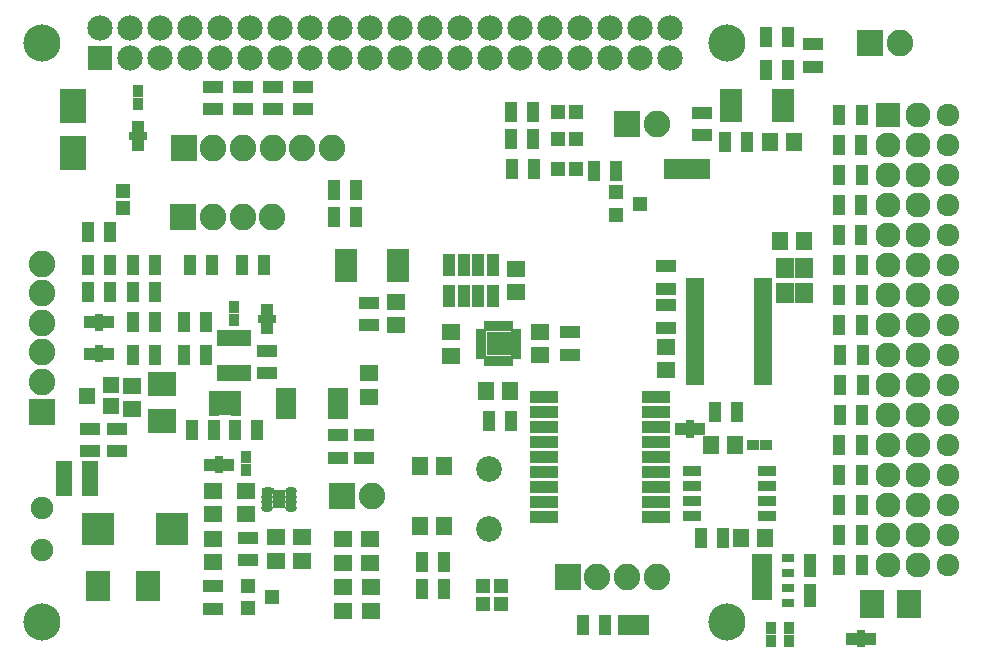
<source format=gts>
G04 #@! TF.FileFunction,Soldermask,Top*
%FSLAX46Y46*%
G04 Gerber Fmt 4.6, Leading zero omitted, Abs format (unit mm)*
G04 Created by KiCad (PCBNEW no-vcs-found-undefined) date Fri Oct 14 17:23:30 2016*
%MOMM*%
%LPD*%
G01*
G04 APERTURE LIST*
%ADD10C,0.100000*%
%ADD11C,3.150000*%
%ADD12C,2.150000*%
%ADD13R,2.150000X2.150000*%
%ADD14C,2.178000*%
%ADD15R,0.800000X0.800000*%
%ADD16R,1.000000X1.000000*%
%ADD17R,1.850000X0.850000*%
%ADD18R,1.000000X1.600000*%
%ADD19O,1.000000X0.650000*%
%ADD20O,1.100000X0.650000*%
%ADD21R,1.650000X1.400000*%
%ADD22R,0.425400X0.425400*%
%ADD23R,1.289000X2.000200*%
%ADD24C,0.425400*%
%ADD25R,0.882600X0.679400*%
%ADD26R,1.197560X1.197560*%
%ADD27R,2.429460X2.051000*%
%ADD28R,1.800000X0.700000*%
%ADD29R,0.999440X1.901140*%
%ADD30R,1.500000X0.800000*%
%ADD31R,1.499820X1.700480*%
%ADD32R,1.200100X1.200100*%
%ADD33R,0.900000X1.000000*%
%ADD34R,1.000000X0.900000*%
%ADD35R,1.400000X1.650000*%
%ADD36R,1.700000X1.100000*%
%ADD37R,1.100000X1.700000*%
%ADD38R,1.275000X1.200000*%
%ADD39R,0.600000X0.950000*%
%ADD40R,0.950000X0.600000*%
%ADD41R,2.400000X1.000000*%
%ADD42R,1.543000X0.908000*%
%ADD43R,1.365200X1.670000*%
%ADD44R,2.051000X2.429460*%
%ADD45C,2.250000*%
%ADD46R,2.250000X2.250000*%
%ADD47C,1.900000*%
%ADD48R,1.314400X1.314400*%
%ADD49R,1.460000X1.050000*%
%ADD50R,2.200860X2.899360*%
%ADD51R,2.020520X2.579320*%
%ADD52R,1.100000X0.800000*%
%ADD53R,1.670000X1.365200*%
%ADD54C,1.924000*%
%ADD55O,2.127200X2.127200*%
%ADD56R,2.127200X2.127200*%
%ADD57R,2.770000X2.830000*%
%ADD58R,2.900000X1.400000*%
G04 APERTURE END LIST*
D10*
D11*
X168490000Y-126724000D03*
X110490000Y-126724000D03*
X168490000Y-77724000D03*
X110490000Y-77724000D03*
D12*
X163620000Y-76454000D03*
X163620000Y-78994000D03*
X161080000Y-76454000D03*
X161080000Y-78994000D03*
X158540000Y-76454000D03*
X158540000Y-78994000D03*
X156000000Y-76454000D03*
X156000000Y-78994000D03*
X153460000Y-76454000D03*
X153460000Y-78994000D03*
X145840000Y-76454000D03*
X145840000Y-78994000D03*
X140760000Y-76454000D03*
X140760000Y-78994000D03*
X138220000Y-76454000D03*
X138220000Y-78994000D03*
X135680000Y-76454000D03*
X135680000Y-78994000D03*
X133140000Y-76454000D03*
X133140000Y-78994000D03*
X130600000Y-76454000D03*
X130600000Y-78994000D03*
X128060000Y-76454000D03*
X128060000Y-78994000D03*
X125520000Y-76454000D03*
X125520000Y-78994000D03*
X122980000Y-76454000D03*
X122980000Y-78994000D03*
X120440000Y-76454000D03*
X120440000Y-78994000D03*
X117900000Y-76454000D03*
X117900000Y-78994000D03*
X115360000Y-76454000D03*
D13*
X115360000Y-78994000D03*
D12*
X143300000Y-78994000D03*
X143300000Y-76454000D03*
X150920000Y-76454000D03*
X150920000Y-78994000D03*
X148380000Y-76454000D03*
X148380000Y-78994000D03*
D14*
X148336000Y-113792000D03*
X148336000Y-118872000D03*
D15*
X129540000Y-101054000D03*
X129140000Y-101054000D03*
X129940000Y-101054000D03*
D16*
X129540000Y-100254000D03*
X129540000Y-101854000D03*
D17*
X168830000Y-83975000D03*
X168830000Y-83325000D03*
X168830000Y-82675000D03*
X168830000Y-82025000D03*
X173230000Y-82025000D03*
X173230000Y-82675000D03*
X173230000Y-83325000D03*
X173230000Y-83975000D03*
D18*
X130556000Y-116332000D03*
D19*
X131556000Y-115582000D03*
X131556000Y-116082000D03*
X131556000Y-116582000D03*
X131556000Y-117082000D03*
X129556000Y-117082000D03*
X129556000Y-116582000D03*
X129556000Y-116082000D03*
D20*
X129606000Y-115582000D03*
D21*
X118110000Y-108712000D03*
X118110000Y-106712000D03*
D22*
X125984000Y-108204000D03*
X125984000Y-108204000D03*
D23*
X125984000Y-108204000D03*
D24*
X126934001Y-107453999D03*
D25*
X126934001Y-107453999D03*
D24*
X126934001Y-107954000D03*
D25*
X126934001Y-107954000D03*
D24*
X126934001Y-108454000D03*
D25*
X126934001Y-108454000D03*
D24*
X126934001Y-108954001D03*
D25*
X126934001Y-108954001D03*
D24*
X125033999Y-108954001D03*
D25*
X125033999Y-108954001D03*
D24*
X125033999Y-108454000D03*
D25*
X125033999Y-108454000D03*
D24*
X125033999Y-107954000D03*
D25*
X125033999Y-107954000D03*
D24*
X125033999Y-107453999D03*
D25*
X125033999Y-107453999D03*
D21*
X140462000Y-101600000D03*
X140462000Y-99600000D03*
D26*
X117348000Y-91694000D03*
X117348000Y-90195400D03*
X154190700Y-83566000D03*
X155689300Y-83566000D03*
X154190700Y-88392000D03*
X155689300Y-88392000D03*
D27*
X120650000Y-109728000D03*
X120650000Y-106558080D03*
D28*
X135550000Y-107204000D03*
X135550000Y-107704000D03*
X135550000Y-108204000D03*
X135550000Y-108704000D03*
X135550000Y-109204000D03*
X131150000Y-109204000D03*
X131150000Y-108704000D03*
X131150000Y-108204000D03*
X131150000Y-107704000D03*
X131150000Y-107204000D03*
D29*
X148686520Y-99090480D03*
X147436840Y-99090480D03*
X146187160Y-99090480D03*
X144937480Y-99090480D03*
X144937480Y-96489520D03*
X146187160Y-96489520D03*
X147436840Y-96489520D03*
X148686520Y-96489520D03*
D30*
X171506000Y-97883000D03*
X171506000Y-98533000D03*
X171506000Y-99183000D03*
X171506000Y-99833000D03*
X171506000Y-100483000D03*
X171506000Y-101133000D03*
X171506000Y-101783000D03*
X171506000Y-102433000D03*
X171506000Y-103083000D03*
X171506000Y-103733000D03*
X171506000Y-104383000D03*
X171506000Y-105033000D03*
X171506000Y-105683000D03*
X171506000Y-106333000D03*
X165806000Y-106333000D03*
X165806000Y-105683000D03*
X165806000Y-105033000D03*
X165806000Y-104383000D03*
X165806000Y-103733000D03*
X165806000Y-103083000D03*
X165806000Y-102433000D03*
X165806000Y-101783000D03*
X165806000Y-101133000D03*
X165806000Y-100483000D03*
X165806000Y-99833000D03*
X165806000Y-99183000D03*
X165806000Y-98533000D03*
X165806000Y-97883000D03*
D15*
X125476000Y-113392000D03*
X125476000Y-112992000D03*
X125476000Y-113792000D03*
D16*
X126276000Y-113392000D03*
X124676000Y-113392000D03*
D15*
X179832000Y-128124000D03*
X179832000Y-127724000D03*
X179832000Y-128524000D03*
D16*
X180632000Y-128124000D03*
X179032000Y-128124000D03*
D15*
X115316000Y-101346000D03*
X115316000Y-100946000D03*
X115316000Y-101746000D03*
D16*
X116116000Y-101346000D03*
X114516000Y-101346000D03*
D15*
X115316000Y-103994000D03*
X115316000Y-103594000D03*
X115316000Y-104394000D03*
D16*
X116116000Y-103994000D03*
X114516000Y-103994000D03*
D15*
X118618000Y-85560000D03*
X119018000Y-85560000D03*
X118218000Y-85560000D03*
D16*
X118618000Y-86360000D03*
X118618000Y-84760000D03*
D15*
X165354000Y-110382000D03*
X165354000Y-109982000D03*
X165354000Y-110782000D03*
D16*
X166154000Y-110382000D03*
X164554000Y-110382000D03*
D31*
X175006000Y-96740980D03*
X175006000Y-98839020D03*
X173355000Y-98839020D03*
X173355000Y-96740980D03*
D32*
X129948220Y-124590000D03*
X127949240Y-125540000D03*
X127949240Y-123640000D03*
D33*
X127762000Y-113834000D03*
X127762000Y-112734000D03*
X118618000Y-81746000D03*
X118618000Y-82846000D03*
X126746000Y-101134000D03*
X126746000Y-100034000D03*
X173736000Y-128312000D03*
X173736000Y-127212000D03*
D34*
X171746000Y-111760000D03*
X170646000Y-111760000D03*
D21*
X127762000Y-117586000D03*
X127762000Y-115586000D03*
X124968000Y-119650000D03*
X124968000Y-121650000D03*
X138300000Y-119700000D03*
X138300000Y-121700000D03*
X132500000Y-121550000D03*
X132500000Y-119550000D03*
X145110000Y-104160000D03*
X145110000Y-102160000D03*
X150622000Y-98790000D03*
X150622000Y-96790000D03*
X138176000Y-105664000D03*
X138176000Y-107664000D03*
D35*
X172990000Y-94488000D03*
X174990000Y-94488000D03*
D36*
X132590000Y-83300000D03*
X132590000Y-81400000D03*
X130060000Y-83300000D03*
X130060000Y-81400000D03*
X127500000Y-83280000D03*
X127500000Y-81380000D03*
X124980000Y-83310000D03*
X124980000Y-81410000D03*
D37*
X135194000Y-90170000D03*
X137094000Y-90170000D03*
X135194000Y-92456000D03*
X137094000Y-92456000D03*
D36*
X138176000Y-99700000D03*
X138176000Y-101600000D03*
D37*
X127390000Y-96510000D03*
X129290000Y-96510000D03*
X124910000Y-96510000D03*
X123010000Y-96510000D03*
D36*
X124968000Y-123698000D03*
X124968000Y-125598000D03*
X127930000Y-121490000D03*
X127930000Y-119590000D03*
D37*
X116266000Y-96520000D03*
X114366000Y-96520000D03*
X116266000Y-98806000D03*
X114366000Y-98806000D03*
D36*
X163322000Y-98486000D03*
X163322000Y-96586000D03*
X163322000Y-101788000D03*
X163322000Y-99888000D03*
D37*
X177970000Y-91420000D03*
X179870000Y-91420000D03*
X177970000Y-93930000D03*
X179870000Y-93930000D03*
X178000000Y-96470000D03*
X179900000Y-96470000D03*
X178000000Y-99040000D03*
X179900000Y-99040000D03*
X178000000Y-101580000D03*
X179900000Y-101580000D03*
X178060000Y-104120000D03*
X179960000Y-104120000D03*
X178060000Y-106650000D03*
X179960000Y-106650000D03*
X178030000Y-109180000D03*
X179930000Y-109180000D03*
X177990000Y-121920000D03*
X179890000Y-121920000D03*
X126812000Y-110490000D03*
X128712000Y-110490000D03*
D36*
X129540000Y-105664000D03*
X129540000Y-103764000D03*
D37*
X123190000Y-110490000D03*
X125090000Y-110490000D03*
X114366000Y-93726000D03*
X116266000Y-93726000D03*
X150180000Y-83566000D03*
X152080000Y-83566000D03*
X150246000Y-88392000D03*
X152146000Y-88392000D03*
X177980000Y-83770000D03*
X179880000Y-83770000D03*
X177930000Y-86360000D03*
X179830000Y-86360000D03*
X177980000Y-88870000D03*
X179880000Y-88870000D03*
X178000000Y-111720000D03*
X179900000Y-111720000D03*
X178000000Y-114270000D03*
X179900000Y-114270000D03*
X178010000Y-116810000D03*
X179910000Y-116810000D03*
X178000000Y-119350000D03*
X179900000Y-119350000D03*
D38*
X148717000Y-102748000D03*
X148717000Y-103548000D03*
X149587000Y-102748000D03*
X149587000Y-103548000D03*
D39*
X148152000Y-101648000D03*
X148552000Y-101648000D03*
X148952000Y-101648000D03*
X149352000Y-101648000D03*
X149752000Y-101648000D03*
X150152000Y-101648000D03*
D40*
X150652000Y-102148000D03*
X150652000Y-102548000D03*
X150652000Y-102948000D03*
X150652000Y-103348000D03*
X150652000Y-103748000D03*
X150652000Y-104148000D03*
D39*
X150152000Y-104648000D03*
X149752000Y-104648000D03*
X149352000Y-104648000D03*
X148952000Y-104648000D03*
X148552000Y-104648000D03*
X148152000Y-104648000D03*
D40*
X147652000Y-104148000D03*
X147652000Y-103748000D03*
X147652000Y-103348000D03*
X147652000Y-102948000D03*
X147652000Y-102548000D03*
X147652000Y-102148000D03*
D35*
X142510000Y-118618000D03*
X144510000Y-118618000D03*
D21*
X163322000Y-105394000D03*
X163322000Y-103394000D03*
D35*
X142510000Y-113538000D03*
X144510000Y-113538000D03*
X167148000Y-111760000D03*
X169148000Y-111760000D03*
D26*
X149339300Y-123698000D03*
X147840700Y-123698000D03*
X149339300Y-125222000D03*
X147840700Y-125222000D03*
D41*
X162434000Y-107696000D03*
X162434000Y-108966000D03*
X162434000Y-110236000D03*
X162434000Y-111506000D03*
X162434000Y-112776000D03*
X162434000Y-114046000D03*
X162434000Y-115316000D03*
X162434000Y-116586000D03*
X162434000Y-117856000D03*
X153034000Y-117856000D03*
X153034000Y-116586000D03*
X153034000Y-115316000D03*
X153034000Y-114046000D03*
X153034000Y-112776000D03*
X153034000Y-111506000D03*
X153034000Y-110236000D03*
X153034000Y-108966000D03*
X153034000Y-107696000D03*
D42*
X171831000Y-117729000D03*
X171831000Y-116459000D03*
X171831000Y-115189000D03*
X171831000Y-113919000D03*
X165481000Y-113919000D03*
X165481000Y-115189000D03*
X165481000Y-116459000D03*
X165481000Y-117729000D03*
D43*
X161163000Y-127000000D03*
X159893000Y-127000000D03*
D36*
X155194000Y-104074000D03*
X155194000Y-102174000D03*
D37*
X144526000Y-121666000D03*
X142626000Y-121666000D03*
X144526000Y-123952000D03*
X142626000Y-123952000D03*
X169352000Y-108966000D03*
X167452000Y-108966000D03*
X168148000Y-119634000D03*
X166248000Y-119634000D03*
X156276000Y-127000000D03*
X158176000Y-127000000D03*
D21*
X124968000Y-117602000D03*
X124968000Y-115602000D03*
X130280000Y-121550000D03*
X130280000Y-119550000D03*
X135940000Y-119700000D03*
X135940000Y-121700000D03*
X135950000Y-125760000D03*
X135950000Y-123760000D03*
X138320000Y-125770000D03*
X138320000Y-123770000D03*
X152654000Y-102140000D03*
X152654000Y-104140000D03*
D35*
X150098000Y-107188000D03*
X148098000Y-107188000D03*
D37*
X122494000Y-101346000D03*
X124394000Y-101346000D03*
X120076000Y-96520000D03*
X118176000Y-96520000D03*
X120076000Y-101346000D03*
X118176000Y-101346000D03*
X118176000Y-104140000D03*
X120076000Y-104140000D03*
X120060000Y-98790000D03*
X118160000Y-98790000D03*
X122494000Y-104140000D03*
X124394000Y-104140000D03*
D35*
X172130000Y-86070000D03*
X174130000Y-86070000D03*
D44*
X180726080Y-125222000D03*
X183896000Y-125222000D03*
D45*
X162520000Y-84582000D03*
D46*
X160020000Y-84582000D03*
D37*
X170200000Y-86100000D03*
X168300000Y-86100000D03*
X171770000Y-80010000D03*
X173670000Y-80010000D03*
D47*
X110490000Y-120650000D03*
X110490000Y-117094000D03*
D45*
X135008000Y-86614000D03*
X132508000Y-86614000D03*
X130008000Y-86614000D03*
X127508000Y-86614000D03*
X125008000Y-86614000D03*
D46*
X122508000Y-86614000D03*
D45*
X129968000Y-92456000D03*
X127468000Y-92456000D03*
X124968000Y-92456000D03*
D46*
X122468000Y-92456000D03*
D45*
X110490000Y-96386000D03*
X110490000Y-98886000D03*
X110490000Y-101386000D03*
X110490000Y-103886000D03*
X110490000Y-106386000D03*
D46*
X110490000Y-108886000D03*
D45*
X162520000Y-122936000D03*
X160020000Y-122936000D03*
X157520000Y-122936000D03*
D46*
X155020000Y-122936000D03*
D48*
X114315240Y-107569000D03*
X116332000Y-106680000D03*
X116332000Y-108458000D03*
D36*
X114554000Y-110368000D03*
X114554000Y-112268000D03*
X116840000Y-112268000D03*
X116840000Y-110368000D03*
D49*
X114554000Y-114554000D03*
X114554000Y-113604000D03*
X114554000Y-115504000D03*
X112354000Y-115504000D03*
X112354000Y-114554000D03*
X112354000Y-113604000D03*
D50*
X113080000Y-87038980D03*
X113080000Y-83041020D03*
D43*
X163830000Y-88392000D03*
X165100000Y-88392000D03*
X166370000Y-88392000D03*
D36*
X166360000Y-83610000D03*
X166360000Y-85510000D03*
D45*
X138390000Y-116078000D03*
D46*
X135890000Y-116078000D03*
D36*
X135530000Y-112800000D03*
X135530000Y-110900000D03*
X137740000Y-112800000D03*
X137740000Y-110900000D03*
D51*
X119458740Y-123698000D03*
X115237260Y-123698000D03*
D35*
X171688000Y-119634000D03*
X169688000Y-119634000D03*
D52*
X173614000Y-125110000D03*
X173614000Y-123810000D03*
X175514000Y-123810000D03*
X175514000Y-124460000D03*
X175514000Y-125110000D03*
D53*
X171450000Y-121666000D03*
X171450000Y-122936000D03*
X171450000Y-124206000D03*
D52*
X173614000Y-122570000D03*
X173614000Y-121270000D03*
X175514000Y-121270000D03*
X175514000Y-121920000D03*
X175514000Y-122570000D03*
D33*
X172212000Y-128312000D03*
X172212000Y-127212000D03*
D54*
X187198000Y-121920000D03*
X187198000Y-119380000D03*
X187198000Y-116840000D03*
X187198000Y-114300000D03*
X187198000Y-111760000D03*
X187198000Y-109220000D03*
X187198000Y-106680000D03*
X187198000Y-104140000D03*
X187198000Y-101600000D03*
X187198000Y-99060000D03*
X187198000Y-96520000D03*
X187198000Y-93980000D03*
X187198000Y-91440000D03*
X187198000Y-88900000D03*
X187198000Y-86360000D03*
X187198000Y-83820000D03*
D55*
X184658000Y-121920000D03*
X182118000Y-121920000D03*
X184658000Y-119380000D03*
X182118000Y-119380000D03*
X184658000Y-116840000D03*
X182118000Y-116840000D03*
X184658000Y-114300000D03*
X182118000Y-114300000D03*
X184658000Y-111760000D03*
X182118000Y-111760000D03*
X184658000Y-109220000D03*
X182118000Y-109220000D03*
X184658000Y-106680000D03*
X182118000Y-106680000D03*
X184658000Y-104140000D03*
X182118000Y-104140000D03*
X184658000Y-101600000D03*
X182118000Y-101600000D03*
X184658000Y-99060000D03*
X182118000Y-99060000D03*
X184658000Y-96520000D03*
X182118000Y-96520000D03*
X184658000Y-93980000D03*
X182118000Y-93980000D03*
X184658000Y-91440000D03*
X182118000Y-91440000D03*
X184658000Y-88900000D03*
X182118000Y-88900000D03*
X184658000Y-86360000D03*
X182118000Y-86360000D03*
X184658000Y-83820000D03*
D56*
X182118000Y-83820000D03*
D17*
X140630000Y-95545000D03*
X140630000Y-96195000D03*
X140630000Y-96845000D03*
X140630000Y-97495000D03*
X136230000Y-97495000D03*
X136230000Y-96845000D03*
X136230000Y-96195000D03*
X136230000Y-95545000D03*
D57*
X121484000Y-118872000D03*
X115244000Y-118872000D03*
D58*
X126746000Y-102640000D03*
X126746000Y-105640000D03*
D37*
X150236000Y-109728000D03*
X148336000Y-109728000D03*
D46*
X180594000Y-77724000D03*
D45*
X183094000Y-77724000D03*
D37*
X173670000Y-77216000D03*
X171770000Y-77216000D03*
D36*
X175768000Y-77790000D03*
X175768000Y-79690000D03*
D26*
X155689300Y-85852000D03*
X154190700Y-85852000D03*
D37*
X152080000Y-85852000D03*
X150180000Y-85852000D03*
D32*
X159126020Y-90325000D03*
X159126020Y-92225000D03*
X161125000Y-91275000D03*
D37*
X159125000Y-88550000D03*
X157225000Y-88550000D03*
M02*

</source>
